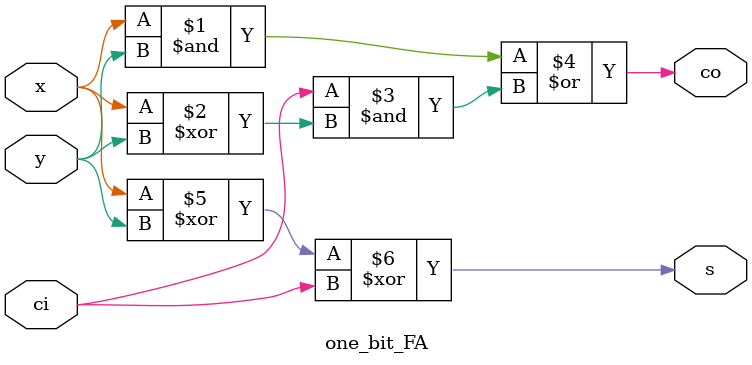
<source format=v>
module one_bit_FA (
    s,
    co,
    x,
    y,
    ci
);

  input x, y, ci;
  output s, co;

  assign co = (x & y) | (ci & (x ^ y));
  assign s  = x ^ y ^ ci;

endmodule

</source>
